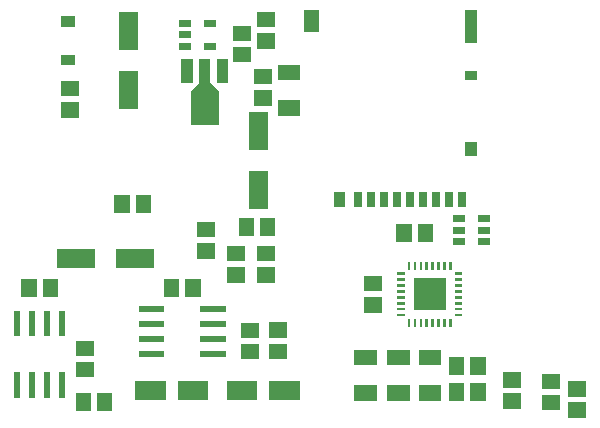
<source format=gbr>
G04 start of page 10 for group -4015 idx -4015 *
G04 Title: (unknown), toppaste *
G04 Creator: pcb 20110918 *
G04 CreationDate: Fri 20 Jun 2014 04:10:56 PM GMT UTC *
G04 For: ndholmes *
G04 Format: Gerber/RS-274X *
G04 PCB-Dimensions: 225000 140000 *
G04 PCB-Coordinate-Origin: lower left *
%MOIN*%
%FSLAX25Y25*%
%LNTOPPASTE*%
%ADD89R,0.0945X0.0945*%
%ADD88R,0.0378X0.0378*%
%ADD87R,0.0394X0.0394*%
%ADD86R,0.0315X0.0315*%
%ADD85R,0.0276X0.0276*%
%ADD84C,0.0001*%
%ADD83R,0.0091X0.0091*%
%ADD82R,0.0200X0.0200*%
%ADD81R,0.0360X0.0360*%
%ADD80R,0.0630X0.0630*%
%ADD79R,0.0240X0.0240*%
%ADD78R,0.0512X0.0512*%
G54D78*X145107Y47043D02*X145893D01*
X145107Y39957D02*X145893D01*
X173457Y19893D02*Y19107D01*
X180543Y19893D02*Y19107D01*
G54D79*X181700Y61000D02*X183300D01*
X181700Y64900D02*X183300D01*
X181700Y68800D02*X183300D01*
X173500D02*X175100D01*
X173500Y64900D02*X175100D01*
X173500Y61000D02*X175100D01*
G54D78*X113607Y31586D02*X114393D01*
X113607Y24500D02*X114393D01*
X49000Y7893D02*Y7107D01*
X56086Y7893D02*Y7107D01*
X103414Y66393D02*Y65607D01*
X110500Y66393D02*Y65607D01*
X89607Y57957D02*X90393D01*
X89607Y65043D02*X90393D01*
X99564Y57043D02*X100350D01*
X99564Y49957D02*X100350D01*
X173457Y11393D02*Y10607D01*
X180543Y11393D02*Y10607D01*
X104107Y31543D02*X104893D01*
X104107Y24457D02*X104893D01*
G54D80*X69446Y11500D02*X73382D01*
X83618D02*X87554D01*
X64000Y134492D02*Y128193D01*
Y114807D02*Y108508D01*
G54D81*X43400Y121600D02*X44600D01*
X43400Y134500D02*X44600D01*
G54D82*X27000Y16500D02*Y10000D01*
X32000Y16500D02*Y10000D01*
X37000Y16500D02*Y10000D01*
X42000Y16500D02*Y10000D01*
Y37000D02*Y30500D01*
X37000Y37000D02*Y30500D01*
X32000Y37000D02*Y30500D01*
X27000Y37000D02*Y30500D01*
G54D78*X38043Y45893D02*Y45107D01*
X30957Y45893D02*Y45107D01*
G54D80*X99946Y11500D02*X103882D01*
X114118D02*X118054D01*
G54D78*X44107Y112043D02*X44893D01*
X44107Y104957D02*X44893D01*
G54D80*X63193Y55500D02*X69492D01*
X43508D02*X49807D01*
G54D78*X69043Y73893D02*Y73107D01*
X61957Y73893D02*Y73107D01*
X49107Y18457D02*X49893D01*
X49107Y25543D02*X49893D01*
G54D82*X89000Y23500D02*X95500D01*
X89000Y28500D02*X95500D01*
X89000Y33500D02*X95500D01*
X89000Y38500D02*X95500D01*
X68500D02*X75000D01*
X68500Y33500D02*X75000D01*
X68500Y28500D02*X75000D01*
X68500Y23500D02*X75000D01*
G54D78*X78457Y45893D02*Y45107D01*
X85543Y45893D02*Y45107D01*
G54D83*X154126Y50390D02*X155780D01*
X154126Y48421D02*X155780D01*
X154126Y46453D02*X155780D01*
X154126Y44484D02*X155780D01*
X154126Y42516D02*X155780D01*
X154126Y40547D02*X155780D01*
X154126Y38579D02*X155780D01*
X154126Y36610D02*X155780D01*
X157610Y34780D02*Y33126D01*
X159579Y34780D02*Y33126D01*
X161547Y34780D02*Y33126D01*
X163516Y34780D02*Y33126D01*
X165484Y34780D02*Y33126D01*
X167453Y34780D02*Y33126D01*
X169421Y34780D02*Y33126D01*
X171390Y34780D02*Y33126D01*
X173220Y36610D02*X174874D01*
X173220Y38579D02*X174874D01*
X173220Y40547D02*X174874D01*
X173220Y42516D02*X174874D01*
X173220Y44484D02*X174874D01*
X173220Y46453D02*X174874D01*
X173220Y48421D02*X174874D01*
X173220Y50390D02*X174874D01*
X171390Y53874D02*Y52220D01*
X169421Y53874D02*Y52220D01*
X167453Y53874D02*Y52220D01*
X165484Y53874D02*Y52220D01*
X163516Y53874D02*Y52220D01*
X161547Y53874D02*Y52220D01*
X159579Y53874D02*Y52220D01*
X157610Y53874D02*Y52220D01*
G54D84*G36*
X159185Y48815D02*Y38185D01*
X169815D01*
Y48815D01*
X159185D01*
G37*
G54D78*X155957Y64393D02*Y63607D01*
X163043Y64393D02*Y63607D01*
X191607Y7914D02*X192393D01*
X191607Y15000D02*X192393D01*
X213150Y4914D02*X213936D01*
X213150Y12000D02*X213936D01*
X204607Y7457D02*X205393D01*
X204607Y14543D02*X205393D01*
X163319Y10595D02*X165681D01*
X163319Y22405D02*X165681D01*
X152819Y10595D02*X155181D01*
X152819Y22405D02*X155181D01*
X141819Y10595D02*X144181D01*
X141819Y22405D02*X144181D01*
X109607Y57043D02*X110393D01*
X109607Y49957D02*X110393D01*
X109607Y135043D02*X110393D01*
X109607Y127957D02*X110393D01*
G54D85*X140501Y76122D02*Y74153D01*
X144831Y76122D02*Y74153D01*
X149162Y76122D02*Y74153D01*
X153493Y76122D02*Y74153D01*
X157824Y76122D02*Y74153D01*
X162154Y76122D02*Y74153D01*
X166485Y76122D02*Y74153D01*
X170816Y76122D02*Y74153D01*
X175147Y76122D02*Y74153D01*
G54D86*X177903Y116476D02*X178689D01*
G54D87*X178296Y92460D02*Y91672D01*
X178295Y136358D02*Y129270D01*
G54D78*X125146Y135769D02*Y133406D01*
G54D87*X134399Y75531D02*Y74743D01*
G54D78*X116319Y105595D02*X118681D01*
X116319Y117405D02*X118681D01*
X101607Y123457D02*X102393D01*
X101607Y130543D02*X102393D01*
X108607Y108957D02*X109393D01*
X108607Y116043D02*X109393D01*
G54D88*X95406Y119984D02*Y115890D01*
X89500Y119984D02*Y108174D01*
G54D89*Y106440D02*Y104550D01*
G54D84*G36*
X91385Y114005D02*X94225Y111165D01*
X92805Y109745D01*
X89965Y112585D01*
X91385Y114005D01*
G37*
G36*
X84775Y111165D02*X87615Y114005D01*
X89035Y112585D01*
X86195Y109745D01*
X84775Y111165D01*
G37*
G54D88*X83594Y119984D02*Y115890D01*
G54D80*X107500Y100992D02*Y94693D01*
Y81307D02*Y75008D01*
G54D79*X90400Y126100D02*X92000D01*
X90400Y133900D02*X92000D01*
X82200D02*X83800D01*
X82200Y130000D02*X83800D01*
X82200Y126100D02*X83800D01*
M02*

</source>
